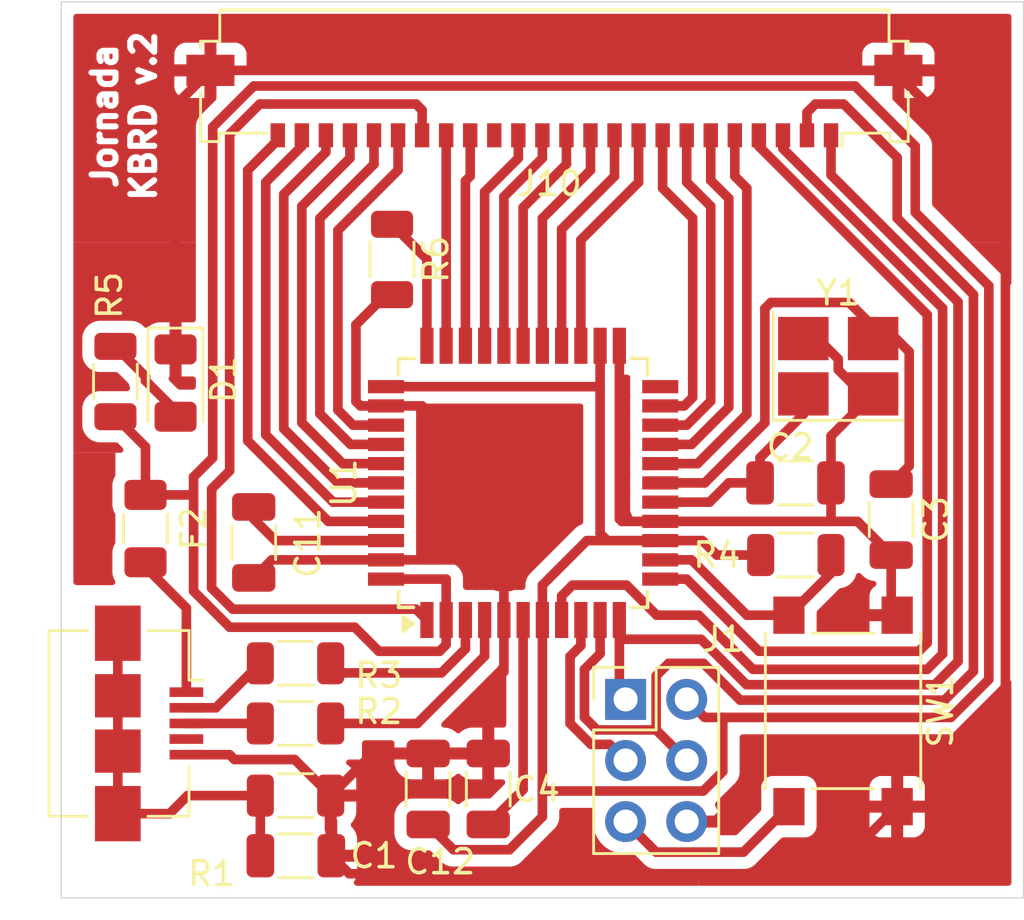
<source format=kicad_pcb>
(kicad_pcb (version 20240108) (generator "pcbnew") (generator_version "8.0")
  (layers (0 "F.Cu" signal) (31 "B.Cu" signal) (34 "B.Paste" user) (35 "F.Paste" user) (36 "B.SilkS" user "B.Silkscreen") (37 "F.SilkS" user "F.Silkscreen") (38 "B.Mask" user) (39 "F.Mask" user) (44 "Edge.Cuts" user))
  (net 0 "")
  (net 1 "GND")
  (net 2 "Net-(U1-XTAL2)")
  (net 3 "Net-(U1-XTAL1)")
  (net 4 "+5V")
  (net 5 "Net-(U1-AREF)")
  (net 6 "Net-(U1-UCAP)")
  (net 7 "Net-(J10-Pin_10)")
  (net 8 "Net-(J10-Pin_19)")
  (net 9 "Net-(J10-Pin_16)")
  (net 10 "Net-(J10-Pin_24)")
  (net 11 "Net-(J10-Pin_4)")
  (net 12 "Net-(J10-Pin_14)")
  (net 14 "Net-(J10-Pin_8)")
  (net 15 "Net-(J10-Pin_9)")
  (net 16 "Net-(J10-Pin_12)")
  (net 18 "Net-(J10-Pin_22)")
  (net 19 "Net-(J10-Pin_23)")
  (net 20 "Net-(J10-Pin_20)")
  (net 21 "Net-(J10-Pin_11)")
  (net 22 "Net-(J10-Pin_5)")
  (net 23 "Net-(J10-Pin_6)")
  (net 24 "Net-(J10-Pin_21)")
  (net 25 "/BUS-")
  (net 26 "/BUS+")
  (net 27 "/D-")
  (net 28 "/D+")
  (net 29 "/RESET")
  (net 31 "Net-(J1-Pin_4)")
  (net 32 "Net-(J1-Pin_1)")
  (net 33 "Net-(D1-A)")
  (net 34 "Net-(J1-Pin_3)")
  (net 35 "Net-(J10-Pin_18)")
  (net 36 "Net-(J10-Pin_17)")
  (net 37 "Net-(J10-Pin_7)")
  (net 38 "Net-(J10-Pin_13)")
  (net 39 "Net-(J10-Pin_3)")
  (net 40 "Net-(U1-~{HWB}{slash}PE2)")
  (footprint "Crystal:Crystal_SMD_3225-4Pin_3.2x2.5mm_HandSoldering" (layer "F.Cu") (at 54.55 31.65)
    (property "Reference" "Y1" (at 0 -3.05 0) (layer "F.SilkS"))
    (property "Value" "Crystal_GND24")
    (pad "1" smd rect (at -1.45 1.15) (size 2.1 1.8) (layers "F.Cu" "F.Paste" "F.Mask") (net 2 "Net-(U1-XTAL2)"))
    (pad "2" smd rect (at 1.45 1.15) (size 2.1 1.8) (layers "F.Cu" "F.Paste" "F.Mask") (net 1 "GND"))
    (pad "3" smd rect (at 1.45 -1.15) (size 2.1 1.8) (layers "F.Cu" "F.Paste" "F.Mask") (net 3 "Net-(U1-XTAL1)"))
    (pad "4" smd rect (at -1.45 -1.15) (size 2.1 1.8) (layers "F.Cu" "F.Paste" "F.Mask") (net 1 "GND"))
  )
  (footprint "Connector_PinHeader_2.54mm:PinHeader_2x03_P2.54mm_Vertical" (layer "F.Cu") (at 45.71 45.5)
    (property "Reference" "J1" (at 4.04 -2.5 0) (layer "F.SilkS"))
    (property "Value" "Conn_02x03_Counter_Clockwise")
    (pad "1" thru_hole rect (at 0 0) (size 1.7 1.7) (drill 1) (layers "*.Cu" "*.Mask") (net 32 "Net-(J1-Pin_1)"))
    (pad "2" thru_hole oval (at 2.54 0) (size 1.7 1.7) (drill 1) (layers "*.Cu" "*.Mask") (net 4 "+5V"))
    (pad "3" thru_hole oval (at 0 2.54) (size 1.7 1.7) (drill 1) (layers "*.Cu" "*.Mask") (net 34 "Net-(J1-Pin_3)"))
    (pad "4" thru_hole oval (at 2.54 2.54) (size 1.7 1.7) (drill 1) (layers "*.Cu" "*.Mask") (net 31 "Net-(J1-Pin_4)"))
    (pad "5" thru_hole oval (at 0 5.08) (size 1.7 1.7) (drill 1) (layers "*.Cu" "*.Mask") (net 29 "/RESET"))
    (pad "6" thru_hole oval (at 2.54 5.08) (size 1.7 1.7) (drill 1) (layers "*.Cu" "*.Mask") (net 1 "GND"))
  )
  (footprint "Package_QFP:TQFP-44_10x10mm_P0.8mm" (layer "F.Cu") (at 41.45 36.5 90)
    (property "Reference" "U1" (at 0 -7.45 90) (layer "F.SilkS"))
    (property "Value" "ATmega32U4-A")
    (pad "1" smd rect (at -5.7 -4 90) (size 1.5 0.55) (layers "F.Cu" "F.Paste" "F.Mask") (net 35 "Net-(J10-Pin_18)"))
    (pad "2" smd rect (at -5.7 -3.2 90) (size 1.5 0.55) (layers "F.Cu" "F.Paste" "F.Mask") (net 4 "+5V"))
    (pad "3" smd rect (at -5.7 -2.4 90) (size 1.5 0.55) (layers "F.Cu" "F.Paste" "F.Mask") (net 28 "/D+"))
    (pad "4" smd rect (at -5.7 -1.6 90) (size 1.5 0.55) (layers "F.Cu" "F.Paste" "F.Mask") (net 27 "/D-"))
    (pad "5" smd rect (at -5.7 -0.8 90) (size 1.5 0.55) (layers "F.Cu" "F.Paste" "F.Mask") (net 1 "GND"))
    (pad "6" smd rect (at -5.7 0 90) (size 1.5 0.55) (layers "F.Cu" "F.Paste" "F.Mask") (net 6 "Net-(U1-UCAP)"))
    (pad "7" smd rect (at -5.7 0.8 90) (size 1.5 0.55) (layers "F.Cu" "F.Paste" "F.Mask") (net 4 "+5V"))
    (pad "8" smd rect (at -5.7 1.6 90) (size 1.5 0.55) (layers "F.Cu" "F.Paste" "F.Mask") (net 39 "Net-(J10-Pin_3)"))
    (pad "9" smd rect (at -5.7 2.4 90) (size 1.5 0.55) (layers "F.Cu" "F.Paste" "F.Mask") (net 34 "Net-(J1-Pin_3)"))
    (pad "10" smd rect (at -5.7 3.2 90) (size 1.5 0.55) (layers "F.Cu" "F.Paste" "F.Mask") (net 31 "Net-(J1-Pin_4)"))
    (pad "11" smd rect (at -5.7 4 90) (size 1.5 0.55) (layers "F.Cu" "F.Paste" "F.Mask") (net 32 "Net-(J1-Pin_1)"))
    (pad "12" smd rect (at -4 5.7 180) (size 1.5 0.55) (layers "F.Cu" "F.Paste" "F.Mask") (net 11 "Net-(J10-Pin_4)"))
    (pad "13" smd rect (at -3.2 5.7 180) (size 1.5 0.55) (layers "F.Cu" "F.Paste" "F.Mask") (net 29 "/RESET"))
    (pad "14" smd rect (at -2.4 5.7 180) (size 1.5 0.55) (layers "F.Cu" "F.Paste" "F.Mask") (net 4 "+5V"))
    (pad "15" smd rect (at -1.6 5.7 180) (size 1.5 0.55) (layers "F.Cu" "F.Paste" "F.Mask") (net 1 "GND"))
    (pad "16" smd rect (at -0.8 5.7 180) (size 1.5 0.55) (layers "F.Cu" "F.Paste" "F.Mask") (net 2 "Net-(U1-XTAL2)"))
    (pad "17" smd rect (at 0 5.7 180) (size 1.5 0.55) (layers "F.Cu" "F.Paste" "F.Mask") (net 3 "Net-(U1-XTAL1)"))
    (pad "18" smd rect (at 0.8 5.7 180) (size 1.5 0.55) (layers "F.Cu" "F.Paste" "F.Mask") (net 22 "Net-(J10-Pin_5)"))
    (pad "19" smd rect (at 1.6 5.7 180) (size 1.5 0.55) (layers "F.Cu" "F.Paste" "F.Mask") (net 23 "Net-(J10-Pin_6)"))
    (pad "20" smd rect (at 2.4 5.7 180) (size 1.5 0.55) (layers "F.Cu" "F.Paste" "F.Mask") (net 37 "Net-(J10-Pin_7)"))
    (pad "21" smd rect (at 3.2 5.7 180) (size 1.5 0.55) (layers "F.Cu" "F.Paste" "F.Mask") (net 14 "Net-(J10-Pin_8)"))
    (pad "22" smd rect (at 4 5.7 180) (size 1.5 0.55) (layers "F.Cu" "F.Paste" "F.Mask"))
    (pad "23" smd rect (at 5.7 4 90) (size 1.5 0.55) (layers "F.Cu" "F.Paste" "F.Mask") (net 1 "GND"))
    (pad "24" smd rect (at 5.7 3.2 90) (size 1.5 0.55) (layers "F.Cu" "F.Paste" "F.Mask") (net 4 "+5V"))
    (pad "25" smd rect (at 5.7 2.4 90) (size 1.5 0.55) (layers "F.Cu" "F.Paste" "F.Mask") (net 15 "Net-(J10-Pin_9)"))
    (pad "26" smd rect (at 5.7 1.6 90) (size 1.5 0.55) (layers "F.Cu" "F.Paste" "F.Mask") (net 7 "Net-(J10-Pin_10)"))
    (pad "27" smd rect (at 5.7 0.8 90) (size 1.5 0.55) (layers "F.Cu" "F.Paste" "F.Mask") (net 21 "Net-(J10-Pin_11)"))
    (pad "28" smd rect (at 5.7 0 90) (size 1.5 0.55) (layers "F.Cu" "F.Paste" "F.Mask") (net 16 "Net-(J10-Pin_12)"))
    (pad "29" smd rect (at 5.7 -0.8 90) (size 1.5 0.55) (layers "F.Cu" "F.Paste" "F.Mask") (net 38 "Net-(J10-Pin_13)"))
    (pad "30" smd rect (at 5.7 -1.6 90) (size 1.5 0.55) (layers "F.Cu" "F.Paste" "F.Mask") (net 12 "Net-(J10-Pin_14)"))
    (pad "31" smd rect (at 5.7 -2.4 90) (size 1.5 0.55) (layers "F.Cu" "F.Paste" "F.Mask") (net 9 "Net-(J10-Pin_16)"))
    (pad "32" smd rect (at 5.7 -3.2 90) (size 1.5 0.55) (layers "F.Cu" "F.Paste" "F.Mask") (net 36 "Net-(J10-Pin_17)"))
    (pad "33" smd rect (at 5.7 -4 90) (size 1.5 0.55) (layers "F.Cu" "F.Paste" "F.Mask") (net 40 "Net-(U1-~{HWB}{slash}PE2)"))
    (pad "34" smd rect (at 4 -5.7 180) (size 1.5 0.55) (layers "F.Cu" "F.Paste" "F.Mask") (net 4 "+5V"))
    (pad "35" smd rect (at 3.2 -5.7 180) (size 1.5 0.55) (layers "F.Cu" "F.Paste" "F.Mask") (net 1 "GND"))
    (pad "36" smd rect (at 2.4 -5.7 180) (size 1.5 0.55) (layers "F.Cu" "F.Paste" "F.Mask") (net 8 "Net-(J10-Pin_19)"))
    (pad "37" smd rect (at 1.6 -5.7 180) (size 1.5 0.55) (layers "F.Cu" "F.Paste" "F.Mask") (net 20 "Net-(J10-Pin_20)"))
    (pad "38" smd rect (at 0.8 -5.7 180) (size 1.5 0.55) (layers "F.Cu" "F.Paste" "F.Mask") (net 24 "Net-(J10-Pin_21)"))
    (pad "39" smd rect (at 0 -5.7 180) (size 1.5 0.55) (layers "F.Cu" "F.Paste" "F.Mask") (net 18 "Net-(J10-Pin_22)"))
    (pad "40" smd rect (at -0.8 -5.7 180) (size 1.5 0.55) (layers "F.Cu" "F.Paste" "F.Mask") (net 19 "Net-(J10-Pin_23)"))
    (pad "41" smd rect (at -1.6 -5.7 180) (size 1.5 0.55) (layers "F.Cu" "F.Paste" "F.Mask") (net 10 "Net-(J10-Pin_24)"))
    (pad "42" smd rect (at -2.4 -5.7 180) (size 1.5 0.55) (layers "F.Cu" "F.Paste" "F.Mask") (net 5 "Net-(U1-AREF)"))
    (pad "43" smd rect (at -3.2 -5.7 180) (size 1.5 0.55) (layers "F.Cu" "F.Paste" "F.Mask") (net 1 "GND"))
    (pad "44" smd rect (at -4 -5.7 180) (size 1.5 0.55) (layers "F.Cu" "F.Paste" "F.Mask") (net 4 "+5V"))
  )
  (footprint "Resistor_SMD:R_1206_3216Metric" (layer "F.Cu") (at 52.7875 39.5)
    (property "Reference" "R4" (at -3.2875 0 0) (layer "F.SilkS"))
    (property "Value" "10k")
    (pad "1" smd roundrect (at -1.4625 0) (size 1.125 1.75) (layers "F.Cu" "F.Paste" "F.Mask") (roundrect_rratio 0.222222) (net 4 "+5V"))
    (pad "2" smd roundrect (at 1.4625 0) (size 1.125 1.75) (layers "F.Cu" "F.Paste" "F.Mask") (roundrect_rratio 0.222222) (net 29 "/RESET"))
  )
  (footprint "Resistor_SMD:R_1206_3216Metric" (layer "F.Cu") (at 36 27.2125 -90)
    (property "Reference" "R6" (at 0 -1.82 90) (layer "F.SilkS"))
    (property "Value" "10k")
    (pad "1" smd roundrect (at -1.4625 0 270) (size 1.125 1.75) (layers "F.Cu" "F.Paste" "F.Mask") (roundrect_rratio 0.222222) (net 40 "Net-(U1-~{HWB}{slash}PE2)"))
    (pad "2" smd roundrect (at 1.4625 0 270) (size 1.125 1.75) (layers "F.Cu" "F.Paste" "F.Mask") (roundrect_rratio 0.222222) (net 1 "GND"))
  )
  (footprint "Resistor_SMD:R_1206_3216Metric" (layer "F.Cu") (at 31.9875 49.5)
    (property "Reference" "R1" (at -3.4875 3.25 0) (layer "F.SilkS"))
    (property "Value" "1M")
    (pad "1" smd roundrect (at -1.4625 0) (size 1.125 1.75) (layers "F.Cu" "F.Paste" "F.Mask") (roundrect_rratio 0.222222) (net 1 "GND"))
    (pad "2" smd roundrect (at 1.4625 0) (size 1.125 1.75) (layers "F.Cu" "F.Paste" "F.Mask") (roundrect_rratio 0.222222) (net 1 "GND"))
  )
  (footprint "Capacitor_SMD:C_1206_3216Metric" (layer "F.Cu") (at 30.25 38.975 -90)
    (property "Reference" "C11" (at 0.025 -2.25 90) (layer "F.SilkS"))
    (property "Value" "100nF")
    (pad "1" smd roundrect (at -1.475 0 270) (size 1.15 1.8) (layers "F.Cu" "F.Paste" "F.Mask") (roundrect_rratio 0.217391) (net 5 "Net-(U1-AREF)"))
    (pad "2" smd roundrect (at 1.475 0 270) (size 1.15 1.8) (layers "F.Cu" "F.Paste" "F.Mask") (roundrect_rratio 0.217391) (net 1 "GND"))
  )
  (footprint "Resistor_SMD:R_1206_3216Metric" (layer "F.Cu") (at 31.9875 46.5)
    (property "Reference" "R2" (at 3.4625 -0.5 0) (layer "F.SilkS"))
    (property "Value" "22")
    (pad "1" smd roundrect (at -1.4625 0) (size 1.125 1.75) (layers "F.Cu" "F.Paste" "F.Mask") (roundrect_rratio 0.222222) (net 25 "/BUS-"))
    (pad "2" smd roundrect (at 1.4625 0) (size 1.125 1.75) (layers "F.Cu" "F.Paste" "F.Mask") (roundrect_rratio 0.222222) (net 27 "/D-"))
  )
  (footprint "Connector_USB:USB_Micro-B_Amphenol_10104110_Horizontal" (layer "F.Cu") (at 25.9 46.5 -90)
    (property "Reference" "J2" (hide yes))
    (property "Value" "USB_B_Micro")
    (pad "1" smd rect (at -1.3 -1.55 270) (size 0.4 1.4) (layers "F.Cu" "F.Paste" "F.Mask") (net 4 "+5V"))
    (pad "2" smd rect (at -0.65 -1.55 270) (size 0.4 1.4) (layers "F.Cu" "F.Paste" "F.Mask") (net 26 "/BUS+"))
    (pad "3" smd rect (at 0 -1.55 270) (size 0.4 1.4) (layers "F.Cu" "F.Paste" "F.Mask") (net 25 "/BUS-"))
    (pad "4" smd rect (at 0.65 -1.55 270) (size 0.4 1.4) (layers "F.Cu" "F.Paste" "F.Mask"))
    (pad "5" smd rect (at 1.3 -1.55 270) (size 0.4 1.4) (layers "F.Cu" "F.Paste" "F.Mask") (net 1 "GND"))
    (pad "6" smd rect (at -3.75 1.3 270) (size 2.3 1.9) (layers "F.Cu" "F.Paste" "F.Mask") (net 1 "GND"))
    (pad "6" smd rect (at -1.15 1.3 270) (size 1.8 1.9) (layers "F.Cu" "F.Paste" "F.Mask") (net 1 "GND"))
    (pad "6" smd rect (at 1.15 1.3 270) (size 1.8 1.9) (layers "F.Cu" "F.Paste" "F.Mask") (net 1 "GND"))
    (pad "6" smd rect (at 3.75 1.3 270) (size 2.3 1.9) (layers "F.Cu" "F.Paste" "F.Mask") (net 1 "GND"))
  )
  (footprint "Capacitor_SMD:C_1206_3216Metric" (layer "F.Cu") (at 52.775 36.5)
    (property "Reference" "C2" (at -0.225 -1.5 0) (layer "F.SilkS"))
    (property "Value" "6.2pF")
    (pad "1" smd roundrect (at -1.475 0) (size 1.15 1.8) (layers "F.Cu" "F.Paste" "F.Mask") (roundrect_rratio 0.217391) (net 2 "Net-(U1-XTAL2)"))
    (pad "2" smd roundrect (at 1.475 0) (size 1.15 1.8) (layers "F.Cu" "F.Paste" "F.Mask") (roundrect_rratio 0.217391) (net 1 "GND"))
  )
  (footprint "Capacitor_SMD:C_1206_3216Metric" (layer "F.Cu") (at 40 49.225 90)
    (property "Reference" "C12" (at -3.025 -2 180) (layer "F.SilkS"))
    (property "Value" "1uF")
    (pad "1" smd roundrect (at -1.475 0 90) (size 1.15 1.8) (layers "F.Cu" "F.Paste" "F.Mask") (roundrect_rratio 0.217391) (net 6 "Net-(U1-UCAP)"))
    (pad "2" smd roundrect (at 1.475 0 90) (size 1.15 1.8) (layers "F.Cu" "F.Paste" "F.Mask") (roundrect_rratio 0.217391) (net 1 "GND"))
  )
  (footprint "LED_SMD:LED_1206_3216Metric" (layer "F.Cu") (at 27 32.35 -90)
    (property "Reference" "D1" (at -0.14555 -2 90) (layer "F.SilkS"))
    (property "Value" "LED")
    (pad "1" smd roundrect (at -1.4 0 270) (size 1.25 1.75) (layers "F.Cu" "F.Paste" "F.Mask") (roundrect_rratio 0.2) (net 1 "GND"))
    (pad "2" smd roundrect (at 1.4 0 270) (size 1.25 1.75) (layers "F.Cu" "F.Paste" "F.Mask") (roundrect_rratio 0.2) (net 33 "Net-(D1-A)"))
  )
  (footprint "Resistor_SMD:R_1206_3216Metric" (layer "F.Cu") (at 24.5 32.2875 90)
    (property "Reference" "R5" (at 3.58305 -0.25 90) (layer "F.SilkS"))
    (property "Value" "R")
    (pad "1" smd roundrect (at -1.4625 0 90) (size 1.125 1.75) (layers "F.Cu" "F.Paste" "F.Mask") (roundrect_rratio 0.222222) (net 4 "+5V"))
    (pad "2" smd roundrect (at 1.4625 0 90) (size 1.125 1.75) (layers "F.Cu" "F.Paste" "F.Mask") (roundrect_rratio 0.222222) (net 33 "Net-(D1-A)"))
  )
  (footprint "Capacitor_SMD:C_1206_3216Metric" (layer "F.Cu") (at 37.5 49.225 90)
    (property "Reference" "C4" (at -0.025 4.5 180) (layer "F.SilkS"))
    (property "Value" "1uF")
    (pad "1" smd roundrect (at -1.475 0 90) (size 1.15 1.8) (layers "F.Cu" "F.Paste" "F.Mask") (roundrect_rratio 0.217391) (net 4 "+5V"))
    (pad "2" smd roundrect (at 1.475 0 90) (size 1.15 1.8) (layers "F.Cu" "F.Paste" "F.Mask") (roundrect_rratio 0.217391) (net 1 "GND"))
  )
  (footprint "Resistor_SMD:R_1206_3216Metric" (layer "F.Cu") (at 31.9875 44 180)
    (property "Reference" "R3" (at -3.4625 -0.5 180) (layer "F.SilkS"))
    (property "Value" "22")
    (pad "1" smd roundrect (at -1.4625 0 180) (size 1.125 1.75) (layers "F.Cu" "F.Paste" "F.Mask") (roundrect_rratio 0.222222) (net 28 "/D+"))
    (pad "2" smd roundrect (at 1.4625 0 180) (size 1.125 1.75) (layers "F.Cu" "F.Paste" "F.Mask") (roundrect_rratio 0.222222) (net 26 "/BUS+"))
  )
  (footprint "Connector_FFC-FPC:Molex_200528-0240_1x24-1MP_P1.00mm_Horizontal" (layer "F.Cu") (at 42.75 21.14 180)
    (property "Reference" "J10" (at 0.2 -2.91 0) (layer "F.SilkS"))
    (property "Value" "Conn_01x24_MountingPin")
    (pad "1" smd rect (at -11.5 -0.91 180) (size 0.6 1) (layers "F.Cu" "F.Paste" "F.Mask") (net 32 "Net-(J1-Pin_1)"))
    (pad "2" smd rect (at -10.5 -0.91 180) (size 0.6 1) (layers "F.Cu" "F.Paste" "F.Mask") (net 31 "Net-(J1-Pin_4)"))
    (pad "3" smd rect (at -9.5 -0.91 180) (size 0.6 1) (layers "F.Cu" "F.Paste" "F.Mask") (net 39 "Net-(J10-Pin_3)"))
    (pad "4" smd rect (at -8.5 -0.91 180) (size 0.6 1) (layers "F.Cu" "F.Paste" "F.Mask") (net 11 "Net-(J10-Pin_4)"))
    (pad "5" smd rect (at -7.5 -0.91 180) (size 0.6 1) (layers "F.Cu" "F.Paste" "F.Mask") (net 22 "Net-(J10-Pin_5)"))
    (pad "6" smd rect (at -6.5 -0.91 180) (size 0.6 1) (layers "F.Cu" "F.Paste" "F.Mask") (net 23 "Net-(J10-Pin_6)"))
    (pad "7" smd rect (at -5.5 -0.91 180) (size 0.6 1) (layers "F.Cu" "F.Paste" "F.Mask") (net 37 "Net-(J10-Pin_7)"))
    (pad "8" smd rect (at -4.5 -0.91 180) (size 0.6 1) (layers "F.Cu" "F.Paste" "F.Mask") (net 14 "Net-(J10-Pin_8)"))
    (pad "9" smd rect (at -3.5 -0.91 180) (size 0.6 1) (layers "F.Cu" "F.Paste" "F.Mask") (net 15 "Net-(J10-Pin_9)"))
    (pad "10" smd rect (at -2.5 -0.91 180) (size 0.6 1) (layers "F.Cu" "F.Paste" "F.Mask") (net 7 "Net-(J10-Pin_10)"))
    (pad "11" smd rect (at -1.5 -0.91 180) (size 0.6 1) (layers "F.Cu" "F.Paste" "F.Mask") (net 21 "Net-(J10-Pin_11)"))
    (pad "12" smd rect (at -0.5 -0.91 180) (size 0.6 1) (layers "F.Cu" "F.Paste" "F.Mask") (net 16 "Net-(J10-Pin_12)"))
    (pad "13" smd rect (at 0.5 -0.91 180) (size 0.6 1) (layers "F.Cu" "F.Paste" "F.Mask") (net 38 "Net-(J10-Pin_13)"))
    (pad "14" smd rect (at 1.5 -0.91 180) (size 0.6 1) (layers "F.Cu" "F.Paste" "F.Mask") (net 12 "Net-(J10-Pin_14)"))
    (pad "15" smd rect (at 2.5 -0.91 180) (size 0.6 1) (layers "F.Cu" "F.Paste" "F.Mask"))
    (pad "16" smd rect (at 3.5 -0.91 180) (size 0.6 1) (layers "F.Cu" "F.Paste" "F.Mask") (net 9 "Net-(J10-Pin_16)"))
    (pad "17" smd rect (at 4.5 -0.91 180) (size 0.6 1) (layers "F.Cu" "F.Paste" "F.Mask") (net 36 "Net-(J10-Pin_17)"))
    (pad "18" smd rect (at 5.5 -0.91 180) (size 0.6 1) (layers "F.Cu" "F.Paste" "F.Mask") (net 35 "Net-(J10-Pin_18)"))
    (pad "19" smd rect (at 6.5 -0.91 180) (size 0.6 1) (layers "F.Cu" "F.Paste" "F.Mask") (net 8 "Net-(J10-Pin_19)"))
    (pad "20" smd rect (at 7.5 -0.91 180) (size 0.6 1) (layers "F.Cu" "F.Paste" "F.Mask") (net 20 "Net-(J10-Pin_20)"))
    (pad "21" smd rect (at 8.5 -0.91 180) (size 0.6 1) (layers "F.Cu" "F.Paste" "F.Mask") (net 24 "Net-(J10-Pin_21)"))
    (pad "22" smd rect (at 9.5 -0.91 180) (size 0.6 1) (layers "F.Cu" "F.Paste" "F.Mask") (net 18 "Net-(J10-Pin_22)"))
    (pad "23" smd rect (at 10.5 -0.91 180) (size 0.6 1) (layers "F.Cu" "F.Paste" "F.Mask") (net 19 "Net-(J10-Pin_23)"))
    (pad "24" smd rect (at 11.5 -0.91 180) (size 0.6 1) (layers "F.Cu" "F.Paste" "F.Mask") (net 10 "Net-(J10-Pin_24)"))
    (pad "MP" smd rect (at -14.3 1.79 180) (size 2 1.3) (layers "F.Cu" "F.Paste" "F.Mask") (net 1 "GND"))
    (pad "MP" smd rect (at 14.3 1.79 180) (size 2 1.3) (layers "F.Cu" "F.Paste" "F.Mask") (net 1 "GND"))
  )
  (footprint "Button_Switch_SMD:SW_SPST_PTS645" (layer "F.Cu") (at 54.75 45.98 -90)
    (property "Reference" "SW1" (at 0 -4.05 90) (layer "F.SilkS"))
    (property "Value" "SW_Omron_B3FS")
    (pad "1" smd rect (at -3.98 -2.25 270) (size 1.55 1.3) (layers "F.Cu" "F.Paste" "F.Mask") (net 1 "GND"))
    (pad "1" smd rect (at 3.98 -2.25 270) (size 1.55 1.3) (layers "F.Cu" "F.Paste" "F.Mask") (net 1 "GND"))
    (pad "2" smd rect (at -3.98 2.25 270) (size 1.55 1.3) (layers "F.Cu" "F.Paste" "F.Mask") (net 29 "/RESET"))
    (pad "2" smd rect (at 3.98 2.25 270) (size 1.55 1.3) (layers "F.Cu" "F.Paste" "F.Mask") (net 29 "/RESET"))
  )
  (footprint "Capacitor_SMD:C_1206_3216Metric" (layer "F.Cu") (at 32 52)
    (property "Reference" "C1" (at 3.25 0 0) (layer "F.SilkS"))
    (property "Value" "4.7nF")
    (pad "1" smd roundrect (at -1.475 0) (size 1.15 1.8) (layers "F.Cu" "F.Paste" "F.Mask") (roundrect_rratio 0.217391) (net 1 "GND"))
    (pad "2" smd roundrect (at 1.475 0) (size 1.15 1.8) (layers "F.Cu" "F.Paste" "F.Mask") (roundrect_rratio 0.217391) (net 1 "GND"))
  )
  (footprint "Capacitor_SMD:C_1206_3216Metric" (layer "F.Cu") (at 56.75 38.025 -90)
    (property "Reference" "C3" (at 0 -1.85 90) (layer "F.SilkS"))
    (property "Value" "6.2pF")
    (pad "1" smd roundrect (at -1.475 0 270) (size 1.15 1.8) (layers "F.Cu" "F.Paste" "F.Mask") (roundrect_rratio 0.217391) (net 3 "Net-(U1-XTAL1)"))
    (pad "2" smd roundrect (at 1.475 0 270) (size 1.15 1.8) (layers "F.Cu" "F.Paste" "F.Mask") (roundrect_rratio 0.217391) (net 1 "GND"))
  )
  (footprint "Fuse:Fuse_1206_3216Metric" (layer "F.Cu") (at 25.75 38.4 90)
    (property "Reference" "F2" (at 0 2 90) (layer "F.SilkS"))
    (property "Value" "Fuse_Small")
    (pad "1" smd roundrect (at -1.4 0 90) (size 1.25 1.75) (layers "F.Cu" "F.Paste" "F.Mask") (roundrect_rratio 0.2) (net 4 "+5V"))
    (pad "2" smd roundrect (at 1.4 0 90) (size 1.25 1.75) (layers "F.Cu" "F.Paste" "F.Mask") (roundrect_rratio 0.2) (net 4 "+5V"))
  )
  (gr_line (start 22.25 16.5) (end 62.25 16.5) (stroke (width 0.05)) (layer "Edge.Cuts"))
  (gr_line (start 22.25 53.75) (end 22.25 16.5) (stroke (width 0.05)) (layer "Edge.Cuts"))
  (gr_line (start 62.25 16.5) (end 62.25 53.75) (stroke (width 0.05)) (layer "Edge.Cuts"))
  (gr_line (start 62.25 53.75) (end 22.25 53.75) (stroke (width 0.05)) (layer "Edge.Cuts"))
  (gr_text "Jornada\nKBRD v.2" (at 26.25 21.25 90) (layer "F.Cu" knockout) (effects (font (size 1 1) (thickness 0.25) (bold yes)) (justify bottom)))
  (segment (start 57 49.96) (end 54.21 52.75) (width 0.4) (layer "F.Cu") (net 1))
  (segment (start 47.15 38.1) (end 45.55 38.1) (width 0.4) (layer "F.Cu") (net 1))
  (segment (start 56 32.8) (end 55.55 32.8) (width 0.4) (layer "F.Cu") (net 1))
  (segment (start 55.55 32.8) (end 54.55 31.8) (width 0.4) (layer "F.Cu") (net 1))
  (segment (start 35.75 39.7) (end 37.95 39.7) (width 0.4) (layer "F.Cu") (net 1))
  (segment (start 30.525 49.5) (end 30.525 52) (width 0.4) (layer "F.Cu") (net 1))
  (segment (start 61.5 24) (end 61.5 45) (width 0.4) (layer "F.Cu") (net 1))
  (segment (start 30.525 49.5) (end 27.5 49.5) (width 0.4) (layer "F.Cu") (net 1))
  (segment (start 56.97 48.03) (end 51.97 48.03) (width 0.4) (layer "F.Cu") (net 1))
  (segment (start 54.25 34.55) (end 56 32.8) (width 0.4) (layer "F.Cu") (net 1))
  (segment (start 51.97 48.03) (end 49.42 50.58) (width 0.4) (layer "F.Cu") (net 1))
  (segment (start 24.6 50.25) (end 24.6 47.65) (width 0.4) (layer "F.Cu") (net 1))
  (segment (start 40 45) (end 40 47.75) (width 0.4) (layer "F.Cu") (net 1))
  (segment (start 40.65 44.35) (end 40 45) (width 0.4) (layer "F.Cu") (net 1))
  (segment (start 24.6 47.65) (end 24.6 45.35) (width 0.4) (layer "F.Cu") (net 1))
  (segment (start 40.65 42.2) (end 40.65 44.35) (width 0.4) (layer "F.Cu") (net 1))
  (segment (start 37.5 39.7) (end 37.5 33.55) (width 0.4) (layer "F.Cu") (net 1))
  (segment (start 34.5 33.115) (end 34.5 29.925) (width 0.4) (layer "F.Cu") (net 1))
  (segment (start 54.25 38.1) (end 55.35 38.1) (width 0.4) (layer "F.Cu") (net 1))
  (segment (start 40.65 39.7) (end 40.65 42.2) (width 0.4) (layer "F.Cu") (net 1))
  (segment (start 54.25 36.5) (end 54.25 34.55) (width 0.4) (layer "F.Cu") (net 1))
  (segment (start 37.5 47.75) (end 40 47.75) (width 0.4) (layer "F.Cu") (net 1))
  (segment (start 33.45 49.5) (end 33.45 51.975) (width 0.4) (layer "F.Cu") (net 1))
  (segment (start 54.25 38.1) (end 54.25 36.5) (width 0.4) (layer "F.Cu") (net 1))
  (segment (start 57.05 19.55) (end 61.5 24) (width 0.4) (layer "F.Cu") (net 1))
  (segment (start 34.685 33.3) (end 34.5 33.115) (width 0.4) (layer "F.Cu") (net 1))
  (segment (start 34.225 52.75) (end 33.475 52) (width 0.4) (layer "F.Cu") (net 1))
  (segment (start 54.55 31.8) (end 54.55 31.35) (width 0.4) (layer "F.Cu") (net 1))
  (segment (start 37.5 47.75) (end 35.2 47.75) (width 0.4) (layer "F.Cu") (net 1))
  (segment (start 33.45 51.975) (end 33.475 52) (width 0.4) (layer "F.Cu") (net 1))
  (segment (start 35.75 39.7) (end 31 39.7) (width 0.4) (layer "F.Cu") (net 1))
  (segment (start 35.2 47.75) (end 33.45 49.5) (width 0.4) (layer "F.Cu") (net 1))
  (segment (start 28.45 19.35) (end 57.05 19.35) (width 0.4) (layer "F.Cu") (net 1))
  (segment (start 61.5 45) (end 58.5 48) (width 0.4) (layer "F.Cu") (net 1))
  (segment (start 37.95 39.7) (end 40.65 39.7) (width 0.4) (layer "F.Cu") (net 1))
  (segment (start 34.5 29.925) (end 35.75 28.675) (width 0.4) (layer "F.Cu") (net 1))
  (segment (start 56.75 39.5) (end 56.75 41.75) (width 0.4) (layer "F.Cu") (net 1))
  (segment (start 26.75 50.25) (end 24.6 50.25) (width 0.4) (layer "F.Cu") (net 1))
  (segment (start 56.75 41.75) (end 57 42) (width 0.4) (layer "F.Cu") (net 1))
  (segment (start 54.21 52.75) (end 34.225 52.75) (width 0.4) (layer "F.Cu") (net 1))
  (segment (start 27 30.95) (end 27 20.8) (width 0.4) (layer "F.Cu") (net 1))
  (segment (start 57 48.06) (end 56.97 48.03) (width 0.4) (layer "F.Cu") (net 1))
  (segment (start 29.45 48) (end 31.95 48) (width 0.4) (layer "F.Cu") (net 1))
  (segment (start 37.5 33.55) (end 37.25 33.3) (width 0.4) (layer "F.Cu") (net 1))
  (segment (start 47.15 38.1) (end 54.25 38.1) (width 0.4) (layer "F.Cu") (net 1))
  (segment (start 54.55 31.35) (end 53.7 30.5) (width 0.4) (layer "F.Cu") (net 1))
  (segment (start 49.42 50.58) (end 48.25 50.58) (width 0.4) (layer "F.Cu") (net 1))
  (segment (start 45.55 38.1) (end 45.45 38) (width 0.4) (layer "F.Cu") (net 1))
  (segment (start 45.45 38) (end 45.45 30.8) (width 0.4) (layer "F.Cu") (net 1))
  (segment (start 37.25 33.3) (end 35.75 33.3) (width 0.4) (layer "F.Cu") (net 1))
  (segment (start 57.05 19.35) (end 57.05 19.55) (width 0.4) (layer "F.Cu") (net 1))
  (segment (start 31 39.7) (end 30.25 40.45) (width 0.4) (layer "F.Cu") (net 1))
  (segment (start 55.35 38.1) (end 56.75 39.5) (width 0.4) (layer "F.Cu") (net 1))
  (segment (start 27.45 47.8) (end 29.25 47.8) (width 0.4) (layer "F.Cu") (net 1))
  (segment (start 31.95 48) (end 33.45 49.5) (width 0.4) (layer "F.Cu") (net 1))
  (segment (start 27 20.8) (end 28.45 19.35) (width 0.4) (layer "F.Cu") (net 1))
  (segment (start 53.7 30.5) (end 53.1 30.5) (width 0.4) (layer "F.Cu") (net 1))
  (segment (start 57 49.96) (end 57 48.06) (width 0.4) (layer "F.Cu") (net 1))
  (segment (start 27.5 49.5) (end 26.75 50.25) (width 0.4) (layer "F.Cu") (net 1))
  (segment (start 58.5 48) (end 57 48) (width 0.4) (layer "F.Cu") (net 1))
  (segment (start 24.6 45.35) (end 24.6 42.75) (width 0.4) (layer "F.Cu") (net 1))
  (segment (start 57 48) (end 56.97 48.03) (width 0.4) (layer "F.Cu") (net 1))
  (segment (start 29.25 47.8) (end 29.45 48) (width 0.4) (layer "F.Cu") (net 1))
  (segment (start 35.75 33.3) (end 34.685 33.3) (width 0.4) (layer "F.Cu") (net 1))
  (segment (start 49.2 37.3) (end 50 36.5) (width 0.4) (layer "F.Cu") (net 2))
  (segment (start 47.15 37.3) (end 49.2 37.3) (width 0.4) (layer "F.Cu") (net 2))
  (segment (start 50 36.5) (end 51.3 36.5) (width 0.4) (layer "F.Cu") (net 2))
  (segment (start 51.3 35.45) (end 53.1 33.65) (width 0.4) (layer "F.Cu") (net 2))
  (segment (start 51.3 36.5) (end 51.3 35.45) (width 0.4) (layer "F.Cu") (net 2))
  (segment (start 53.1 33.65) (end 53.1 32.8) (width 0.4) (layer "F.Cu") (net 2))
  (segment (start 51.5 34) (end 51.5 29.25) (width 0.4) (layer "F.Cu") (net 3))
  (segment (start 47.15 36.5) (end 49 36.5) (width 0.4) (layer "F.Cu") (net 3))
  (segment (start 56 30) (end 56 30.5) (width 0.4) (layer "F.Cu") (net 3))
  (segment (start 56.95 30.5) (end 57.5 31.05) (width 0.4) (layer "F.Cu") (net 3))
  (segment (start 51.5 29.25) (end 51.75 29) (width 0.4) (layer "F.Cu") (net 3))
  (segment (start 57.5 35.8) (end 56.75 36.55) (width 0.4) (layer "F.Cu") (net 3))
  (segment (start 51.75 29) (end 55 29) (width 0.4) (layer "F.Cu") (net 3))
  (segment (start 49 36.5) (end 51.5 34) (width 0.4) (layer "F.Cu") (net 3))
  (segment (start 55 29) (end 56 30) (width 0.4) (layer "F.Cu") (net 3))
  (segment (start 56 30.5) (end 56.95 30.5) (width 0.4) (layer "F.Cu") (net 3))
  (segment (start 57.5 31.05) (end 57.5 35.8) (width 0.4) (layer "F.Cu") (net 3))
  (segment (start 28.545 35.455) (end 28.545 21.705) (width 0.4) (layer "F.Cu") (net 4))
  (segment (start 57.75 25.25) (end 60.81 28.31) (width 0.4) (layer "F.Cu") (net 4))
  (segment (start 25.75 40) (end 27.45 41.7) (width 0.4) (layer "F.Cu") (net 4))
  (segment (start 59.232645 46.25) (end 49.75 46.25) (width 0.4) (layer "F.Cu") (net 4))
  (segment (start 49.75 46.25) (end 49 46.25) (width 0.4) (layer "F.Cu") (net 4))
  (segment (start 28.545 21.705) (end 30.25 20) (width 0.4) (layer "F.Cu") (net 4))
  (segment (start 27.75 36.25) (end 28.545 35.455) (width 0.4) (layer "F.Cu") (net 4))
  (segment (start 27.75 41) (end 27.75 36.25) (width 0.4) (layer "F.Cu") (net 4))
  (segment (start 29.25 42.5) (end 27.75 41) (width 0.4) (layer "F.Cu") (net 4))
  (segment (start 44.95 38.9) (end 44.65 38.6) (width 0.4) (layer "F.Cu") (net 4))
  (segment (start 44.95 38.9) (end 44.1 38.9) (width 0.4) (layer "F.Cu") (net 4))
  (segment (start 30.25 20) (end 55.25 20) (width 0.4) (layer "F.Cu") (net 4))
  (segment (start 48.94 49.31) (end 49.75 48.5) (width 0.4) (layer "F.Cu") (net 4))
  (segment (start 25.5 39.8) (end 25.75 39.8) (width 0.4) (layer "F.Cu") (net 4))
  (segment (start 38.25 40.5) (end 35.75 40.5) (width 0.4) (layer "F.Cu") (net 4))
  (segment (start 44.1 38.9) (end 42.25 40.75) (width 0.4) (layer "F.Cu") (net 4))
  (segment (start 42.25 49.25) (end 42.25 49.75) (width 0.4) (layer "F.Cu") (net 4))
  (segment (start 40.87945 51.75) (end 38.55 51.75) (width 0.4) (layer "F.Cu") (net 4))
  (segment (start 27.75 37) (end 25.75 37) (width 0.4) (layer "F.Cu") (net 4))
  (segment (start 42.25 42.2) (end 42.25 49.25) (width 0.4) (layer "F.Cu") (net 4))
  (segment (start 25.75 37) (end 25.75 35) (width 0.4) (layer "F.Cu") (net 4))
  (segment (start 44.65 30.8) (end 44.65 32.5) (width 0.4) (layer "F.Cu") (net 4))
  (segment (start 49.5 39.5) (end 51.325 39.5) (width 0.4) (layer "F.Cu") (net 4))
  (segment (start 34.45 42.5) (end 29.25 42.5) (width 0.4) (layer "F.Cu") (net 4))
  (segment (start 49.75 48.5) (end 49.75 46.25) (width 0.4) (layer "F.Cu") (net 4))
  (segment (start 25.75 39.8) (end 25.75 40) (width 0.4) (layer "F.Cu") (net 4))
  (segment (start 37.975 43.5) (end 35.45 43.5) (width 0.4) (layer "F.Cu") (net 4))
  (segment (start 55.25 20) (end 57.75 22.5) (width 0.4) (layer "F.Cu") (net 4))
  (segment (start 38.25 42.2) (end 38.25 43.225) (width 0.4) (layer "F.Cu") (net 4))
  (segment (start 47.15 38.9) (end 44.95 38.9) (width 0.4) (layer "F.Cu") (net 4))
  (segment (start 25.75 35) (end 24.5 33.75) (width 0.4) (layer "F.Cu") (net 4))
  (segment (start 42.25 40.75) (end 42.25 42.2) (width 0.4) (layer "F.Cu") (net 4))
  (segment (start 42.25 49.75) (end 42.25 50.37945) (width 0.4) (layer "F.Cu") (net 4))
  (segment (start 38.25 42.2) (end 38.25 40.5) (width 0.4) (layer "F.Cu") (net 4))
  (segment (start 47.15 38.9) (end 48.9 38.9) (width 0.4) (layer "F.Cu") (net 4))
  (segment (start 27.45 41.7) (end 27.45 45.2) (width 0.4) (layer "F.Cu") (net 4))
  (segment (start 60.81 28.31) (end 60.81 44.672645) (width 0.4) (layer "F.Cu") (net 4))
  (segment (start 42.25 50.37945) (end 40.87945 51.75) (width 0.4) (layer "F.Cu") (net 4))
  (segment (start 48.94 49.31) (end 42.31 49.31) (width 0.4) (layer "F.Cu") (net 4))
  (segment (start 49 46.25) (end 48.25 45.5) (width 0.4) (layer "F.Cu") (net 4))
  (segment (start 35.45 43.5) (end 34.45 42.5) (width 0.4) (layer "F.Cu") (net 4))
  (segment (start 44.65 38.6) (end 44.65 32.5) (width 0.4) (layer "F.Cu") (net 4))
  (segment (start 38.25 43.225) (end 37.975 43.5) (width 0.4) (layer "F.Cu") (net 4))
  (segment (start 35.75 32.5) (end 44.65 32.5) (width 0.4) (layer "F.Cu") (net 4))
  (segment (start 38.55 51.75) (end 37.5 50.7) (width 0.4) (layer "F.Cu") (net 4))
  (segment (start 42.31 49.31) (end 42.25 49.25) (width 0.4) (layer "F.Cu") (net 4))
  (segment (start 48.9 38.9) (end 49.5 39.5) (width 0.4) (layer "F.Cu") (net 4))
  (segment (start 60.81 44.672645) (end 59.232645 46.25) (width 0.4) (layer "F.Cu") (net 4))
  (segment (start 57.75 22.5) (end 57.75 25.25) (width 0.4) (layer "F.Cu") (net 4))
  (segment (start 30.25 38) (end 30.25 37.5) (width 0.4) (layer "F.Cu") (net 5))
  (segment (start 31.15 38.9) (end 30.25 38) (width 0.4) (layer "F.Cu") (net 5))
  (segment (start 35.75 38.9) (end 31.15 38.9) (width 0.4) (layer "F.Cu") (net 5))
  (segment (start 41.45 49.25) (end 41.45 42.2) (width 0.4) (layer "F.Cu") (net 6))
  (segment (start 40 50.7) (end 41.45 49.25) (width 0.4) (layer "F.Cu") (net 6))
  (segment (start 43.05 25.95) (end 45.25 23.75) (width 0.4) (layer "F.Cu") (net 7))
  (segment (start 45.25 23.75) (end 45.25 22.05) (width 0.4) (layer "F.Cu") (net 7))
  (segment (start 43.05 30.8) (end 43.05 25.95) (width 0.4) (layer "F.Cu") (net 7))
  (segment (start 35.75 34.1) (end 34.380096 34.1) (width 0.4) (layer "F.Cu") (net 8))
  (segment (start 36.25 23.5) (end 36.25 22.05) (width 0.4) (layer "F.Cu") (net 8))
  (segment (start 33.75 33.469904) (end 33.75 26) (width 0.4) (layer "F.Cu") (net 8))
  (segment (start 34.380096 34.1) (end 33.75 33.469904) (width 0.4) (layer "F.Cu") (net 8))
  (segment (start 33.75 26) (end 36.25 23.5) (width 0.4) (layer "F.Cu") (net 8))
  (segment (start 39.05 23.95) (end 39.25 23.75) (width 0.4) (layer "F.Cu") (net 9))
  (segment (start 39.05 30.8) (end 39.05 23.95) (width 0.4) (layer "F.Cu") (net 9))
  (segment (start 39.25 23.75) (end 39.25 22.05) (width 0.4) (layer "F.Cu") (net 9))
  (segment (start 30 23.5) (end 31.25 22.25) (width 0.4) (layer "F.Cu") (net 10))
  (segment (start 33.35 38.1) (end 30 34.75) (width 0.4) (layer "F.Cu") (net 10))
  (segment (start 30 34.75) (end 30 23.5) (width 0.4) (layer "F.Cu") (net 10))
  (segment (start 31.25 22.25) (end 31.25 22.05) (width 0.4) (layer "F.Cu") (net 10))
  (segment (start 35.75 38.1) (end 33.35 38.1) (width 0.4) (layer "F.Cu") (net 10))
  (segment (start 58.25 29.507643) (end 51.25 22.507643) (width 0.4) (layer "F.Cu") (net 11))
  (segment (start 58.25 43.148726) (end 58.25 29.507643) (width 0.4) (layer "F.Cu") (net 11))
  (segment (start 51.25 22.507643) (end 51.25 22.05) (width 0.4) (layer "F.Cu") (net 11))
  (segment (start 51.25 43.5) (end 57.898726 43.5) (width 0.4) (layer "F.Cu") (net 11))
  (segment (start 48.25 40.5) (end 51.25 43.5) (width 0.4) (layer "F.Cu") (net 11))
  (segment (start 57.898726 43.5) (end 58.25 43.148726) (width 0.4) (layer "F.Cu") (net 11))
  (segment (start 47.15 40.5) (end 48.25 40.5) (width 0.4) (layer "F.Cu") (net 11))
  (segment (start 39.85 30.8) (end 39.85 24.4) (width 0.4) (layer "F.Cu") (net 12))
  (segment (start 41.25 23) (end 41.25 22.05) (width 0.4) (layer "F.Cu") (net 12))
  (segment (start 39.85 24.4) (end 41.25 23) (width 0.4) (layer "F.Cu") (net 12))
  (segment (start 47.25 24.25) (end 47.25 22.05) (width 0.4) (layer "F.Cu") (net 14))
  (segment (start 48.5 32.944168) (end 48.5 25.5) (width 0.4) (layer "F.Cu") (net 14))
  (segment (start 48.5 25.5) (end 47.25 24.25) (width 0.4) (layer "F.Cu") (net 14))
  (segment (start 48.144168 33.3) (end 48.5 32.944168) (width 0.4) (layer "F.Cu") (net 14))
  (segment (start 47.15 33.3) (end 48.144168 33.3) (width 0.4) (layer "F.Cu") (net 14))
  (segment (start 46.25 24) (end 43.85 26.4) (width 0.4) (layer "F.Cu") (net 15))
  (segment (start 46.25 22.05) (end 46.25 24) (width 0.4) (layer "F.Cu") (net 15))
  (segment (start 43.85 26.4) (end 43.85 30.8) (width 0.4) (layer "F.Cu") (net 15))
  (segment (start 41.45 25.05) (end 43.25 23.25) (width 0.4) (layer "F.Cu") (net 16))
  (segment (start 41.45 30.8) (end 41.45 25.05) (width 0.4) (layer "F.Cu") (net 16))
  (segment (start 43.25 23.25) (end 43.25 22.05) (width 0.4) (layer "F.Cu") (net 16))
  (segment (start 35.75 36.5) (end 33.75 36.5) (width 0.4) (layer "F.Cu") (net 18))
  (segment (start 33.75 36.5) (end 31.5 34.25) (width 0.4) (layer "F.Cu") (net 18))
  (segment (start 31.5 34.25) (end 31.5 24.5) (width 0.4) (layer "F.Cu") (net 18))
  (segment (start 33.25 22.75) (end 33.25 22.05) (width 0.4) (layer "F.Cu") (net 18))
  (segment (start 31.5 24.5) (end 33.25 22.75) (width 0.4) (layer "F.Cu") (net 18))
  (segment (start 35.75 37.3) (end 33.55 37.3) (width 0.4) (layer "F.Cu") (net 19))
  (segment (start 32.25 22.5) (end 32.25 22.05) (width 0.4) (layer "F.Cu") (net 19))
  (segment (start 30.75 24) (end 32.25 22.5) (width 0.4) (layer "F.Cu") (net 19))
  (segment (start 33.55 37.3) (end 30.75 34.5) (width 0.4) (layer "F.Cu") (net 19))
  (segment (start 30.75 34.5) (end 30.75 24) (width 0.4) (layer "F.Cu") (net 19))
  (segment (start 35.25 23.25) (end 35.25 22.05) (width 0.4) (layer "F.Cu") (net 20))
  (segment (start 33 25.5) (end 35.25 23.25) (width 0.4) (layer "F.Cu") (net 20))
  (segment (start 35.75 34.9) (end 34.275 34.9) (width 0.4) (layer "F.Cu") (net 20))
  (segment (start 34.275 34.9) (end 33 33.625) (width 0.4) (layer "F.Cu") (net 20))
  (segment (start 33 33.625) (end 33 25.5) (width 0.4) (layer "F.Cu") (net 20))
  (segment (start 44.25 23.5) (end 44.25 22.05) (width 0.4) (layer "F.Cu") (net 21))
  (segment (start 42.25 25.5) (end 44.25 23.5) (width 0.4) (layer "F.Cu") (net 21))
  (segment (start 42.25 30.8) (end 42.25 25.5) (width 0.4) (layer "F.Cu") (net 21))
  (segment (start 47.15 35.7) (end 48.699264 35.7) (width 0.4) (layer "F.Cu") (net 22))
  (segment (start 48.699264 35.7) (end 50.75 33.649264) (width 0.4) (layer "F.Cu") (net 22))
  (segment (start 50.75 33.649264) (end 50.75 24.25) (width 0.4) (layer "F.Cu") (net 22))
  (segment (start 50.25 23.75) (end 50.25 22.05) (width 0.4) (layer "F.Cu") (net 22))
  (segment (start 50.75 24.25) (end 50.25 23.75) (width 0.4) (layer "F.Cu") (net 22))
  (segment (start 50 24.674264) (end 49.25 23.924264) (width 0.4) (layer "F.Cu") (net 23))
  (segment (start 47.15 34.9) (end 48.45 34.9) (width 0.4) (layer "F.Cu") (net 23))
  (segment (start 48.45 34.9) (end 50 33.35) (width 0.4) (layer "F.Cu") (net 23))
  (segment (start 49.25 23.924264) (end 49.25 22.05) (width 0.4) (layer "F.Cu") (net 23))
  (segment (start 50 33.35) (end 50 24.674264) (width 0.4) (layer "F.Cu") (net 23))
  (segment (start 33.95 35.7) (end 32.25 34) (width 0.4) (layer "F.Cu") (net 24))
  (segment (start 35.75 35.7) (end 33.95 35.7) (width 0.4) (layer "F.Cu") (net 24))
  (segment (start 32.25 34) (end 32.25 25) (width 0.4) (layer "F.Cu") (net 24))
  (segment (start 34.25 23) (end 34.25 22.05) (width 0.4) (layer "F.Cu") (net 24))
  (segment (start 32.25 25) (end 34.25 23) (width 0.4) (layer "F.Cu") (net 24))
  (segment (start 27.45 46.5) (end 30.525 46.5) (width 0.4) (layer "F.Cu") (net 25))
  (segment (start 27.45 45.85) (end 28.675 45.85) (width 0.4) (layer "F.Cu") (net 26))
  (segment (start 28.675 45.85) (end 30.525 44) (width 0.4) (layer "F.Cu") (net 26))
  (segment (start 39.85 43.700736) (end 39.85 42.2) (width 0.4) (layer "F.Cu") (net 27))
  (segment (start 37.050736 46.5) (end 39.85 43.700736) (width 0.4) (layer "F.Cu") (net 27))
  (segment (start 33.45 46.5) (end 37.050736 46.5) (width 0.4) (layer "F.Cu") (net 27))
  (segment (start 33.45 44) (end 33.85 44.4) (width 0.4) (layer "F.Cu") (net 28))
  (segment (start 39.05 43.4) (end 39.05 42.2) (width 0.4) (layer "F.Cu") (net 28))
  (segment (start 33.85 44.4) (end 38.05 44.4) (width 0.4) (layer "F.Cu") (net 28))
  (segment (start 38.05 44.4) (end 39.05 43.4) (width 0.4) (layer "F.Cu") (net 28))
  (segment (start 47.15 39.7) (end 48.45 39.7) (width 0.4) (layer "F.Cu") (net 29))
  (segment (start 46.98 51.85) (end 50.61 51.85) (width 0.4) (layer "F.Cu") (net 29))
  (segment (start 45.71 50.58) (end 46.98 51.85) (width 0.4) (layer "F.Cu") (net 29))
  (segment (start 50.75 42) (end 52.5 42) (width 0.4) (layer "F.Cu") (net 29))
  (segment (start 54.25 40.25) (end 54.25 39.5) (width 0.4) (layer "F.Cu") (net 29))
  (segment (start 48.45 39.7) (end 50.75 42) (width 0.4) (layer "F.Cu") (net 29))
  (segment (start 50.61 51.85) (end 52.5 49.96) (width 0.4) (layer "F.Cu") (net 29))
  (segment (start 52.5 42) (end 54.25 40.25) (width 0.4) (layer "F.Cu") (net 29))
  (segment (start 60.17 28.67) (end 60 28.5) (width 0.4) (layer "F.Cu") (net 31))
  (segment (start 44.52 46.77) (end 46.98 46.77) (width 0.4) (layer "F.Cu") (net 31))
  (segment (start 46.98 44.52) (end 47.5 44) (width 0.4) (layer "F.Cu") (net 31))
  (segment (start 60.17 44.33) (end 60.17 28.67) (width 0.4) (layer "F.Cu") (net 31))
  (segment (start 57 25.494903) (end 57 22.975) (width 0.4) (layer "F.Cu") (net 31))
  (segment (start 44 44.25) (end 44 46.25) (width 0.4) (layer "F.Cu") (net 31))
  (segment (start 54.775 20.75) (end 53.6 20.75) (width 0.4) (layer "F.Cu") (net 31))
  (segment (start 44.65 43.6) (end 44 44.25) (width 0.4) (layer "F.Cu") (net 31))
  (segment (start 46.98 46.77) (end 48.25 48.04) (width 0.4) (layer "F.Cu") (net 31))
  (segment (start 47.5 44) (end 48.939807 44) (width 0.4) (layer "F.Cu") (net 31))
  (segment (start 48.939807 44) (end 50.469807 45.53) (width 0.4) (layer "F.Cu") (net 31))
  (segment (start 60 28.494903) (end 57 25.494903) (width 0.4) (layer "F.Cu") (net 31))
  (segment (start 46.98 46.77) (end 46.98 44.52) (width 0.4) (layer "F.Cu") (net 31))
  (segment (start 44 46.25) (end 44.52 46.77) (width 0.4) (layer "F.Cu") (net 31))
  (segment (start 53.6 20.75) (end 53.25 21.1) (width 0.4) (layer "F.Cu") (net 31))
  (segment (start 44.65 42.2) (end 44.65 43.6) (width 0.4) (layer "F.Cu") (net 31))
  (segment (start 60 28.5) (end 60 28.494903) (width 0.4) (layer "F.Cu") (net 31))
  (segment (start 57 22.975) (end 54.775 20.75) (width 0.4) (layer "F.Cu") (net 31))
  (segment (start 53.25 21.1) (end 53.25 22.05) (width 0.4) (layer "F.Cu") (net 31))
  (segment (start 50.469807 45.53) (end 58.97 45.53) (width 0.4) (layer "F.Cu") (net 31))
  (segment (start 58.97 45.53) (end 60.17 44.33) (width 0.4) (layer "F.Cu") (net 31))
  (segment (start 58.562548 44.89) (end 59.53 43.922548) (width 0.4) (layer "F.Cu") (net 32))
  (segment (start 48.844903 43) (end 50.734903 44.89) (width 0.4) (layer "F.Cu") (net 32))
  (segment (start 45.45 43) (end 48.844903 43) (width 0.4) (layer "F.Cu") (net 32))
  (segment (start 59.53 28.97745) (end 54.25 23.69745) (width 0.4) (layer "F.Cu") (net 32))
  (segment (start 45.45 45.24) (end 45.71 45.5) (width 0.4) (layer "F.Cu") (net 32))
  (segment (start 59.53 43.922548) (end 59.53 28.97745) (width 0.4) (layer "F.Cu") (net 32))
  (segment (start 45.45 42.2) (end 45.45 43) (width 0.4) (layer "F.Cu") (net 32))
  (segment (start 50.734903 44.89) (end 58.562548 44.89) (width 0.4) (layer "F.Cu") (net 32))
  (segment (start 54.25 23.69745) (end 54.25 22.05) (width 0.4) (layer "F.Cu") (net 32))
  (segment (start 45.45 43) (end 45.45 45.24) (width 0.4) (layer "F.Cu") (net 32))
  (segment (start 24.5 30.825) (end 25.75 32.075) (width 0.4) (layer "F.Cu") (net 33))
  (segment (start 25.75 32.075) (end 25.75 32.25) (width 0.4) (layer "F.Cu") (net 33))
  (segment (start 25.75 32.25) (end 27 33.5) (width 0.4) (layer "F.Cu") (net 33))
  (segment (start 27 33.5) (end 27 33.75) (width 0.4) (layer "F.Cu") (net 33))
  (segment (start 43.4 43.715) (end 43.85 43.265) (width 0.4) (layer "F.Cu") (net 34))
  (segment (start 44.271472 47.37) (end 43.4 46.498528) (width 0.4) (layer "F.Cu") (net 34))
  (segment (start 43.85 43.265) (end 43.85 42.2) (width 0.4) (layer "F.Cu") (net 34))
  (segment (start 43.4 46.498528) (end 43.4 43.715) (width 0.4) (layer "F.Cu") (net 34))
  (segment (start 45.71 48.04) (end 45.04 47.37) (width 0.4) (layer "F.Cu") (net 34))
  (segment (start 45.04 47.37) (end 44.271472 47.37) (width 0.4) (layer "F.Cu") (net 34))
  (segment (start 30.5 20.75) (end 37 20.75) (width 0.4) (layer "F.Cu") (net 35))
  (segment (start 37.45 42.2) (end 37 41.75) (width 0.4) (layer "F.Cu") (net 35))
  (segment (start 29.25 36) (end 29.25 22) (width 0.4) (layer "F.Cu") (net 35))
  (segment (start 37 41.75) (end 29.375 41.75) (width 0.4) (layer "F.Cu") (net 35))
  (segment (start 29.25 22) (end 30.5 20.75) (width 0.4) (layer "F.Cu") (net 35))
  (segment (start 37.25 21) (end 37.25 22.05) (width 0.4) (layer "F.Cu") (net 35))
  (segment (start 28.5 40.875) (end 28.5 36.75) (width 0.4) (layer "F.Cu") (net 35))
  (segment (start 28.5 36.75) (end 29.25 36) (width 0.4) (layer "F.Cu") (net 35))
  (segment (start 29.375 41.75) (end 28.5 40.875) (width 0.4) (layer "F.Cu") (net 35))
  (segment (start 37 20.75) (end 37.25 21) (width 0.4) (layer "F.Cu") (net 35))
  (segment (start 38.25 30.8) (end 38.25 22.05) (width 0.4) (layer "F.Cu") (net 36))
  (segment (start 49.25 33.099264) (end 49.25 25) (width 0.4) (layer "F.Cu") (net 37))
  (segment (start 47.15 34.1) (end 48.249264 34.1) (width 0.4) (layer "F.Cu") (net 37))
  (segment (start 48.249264 34.1) (end 49.25 33.099264) (width 0.4) (layer "F.Cu") (net 37))
  (segment (start 49.25 25) (end 48.25 24) (width 0.4) (layer "F.Cu") (net 37))
  (segment (start 48.25 24) (end 48.25 22.05) (width 0.4) (layer "F.Cu") (net 37))
  (segment (start 40.65 24.6) (end 42.25 23) (width 0.4) (layer "F.Cu") (net 38))
  (segment (start 42.25 23) (end 42.25 22.05) (width 0.4) (layer "F.Cu") (net 38))
  (segment (start 40.65 30.8) (end 40.65 24.6) (width 0.4) (layer "F.Cu") (net 38))
  (segment (start 58.89 29.242547) (end 52.25 22.602547) (width 0.4) (layer "F.Cu") (net 39))
  (segment (start 43.05 41.2) (end 43.5 40.75) (width 0.4) (layer "F.Cu") (net 39))
  (segment (start 47 42) (end 48.75 42) (width 0.4) (layer "F.Cu") (net 39))
  (segment (start 45.75 40.75) (end 47 42) (width 0.4) (layer "F.Cu") (net 39))
  (segment (start 48.75 42) (end 51 44.25) (width 0.4) (layer "F.Cu") (net 39))
  (segment (start 43.5 40.75) (end 45.75 40.75) (width 0.4) (layer "F.Cu") (net 39))
  (segment (start 58.89 43.61) (end 58.89 29.242547) (width 0.4) (layer "F.Cu") (net 39))
  (segment (start 51 44.25) (end 58.25 44.25) (width 0.4) (layer "F.Cu") (net 39))
  (segment (start 52.25 22.602547) (end 52.25 22.05) (width 0.4) (layer "F.Cu") (net 39))
  (segment (start 58.25 44.25) (end 58.89 43.61) (width 0.4) (layer "F.Cu") (net 39))
  (segment (start 43.05 42.2) (end 43.05 41.2) (width 0.4) (layer "F.Cu") (net 39))
  (segment (start 37.45 27.2) (end 36 25.75) (width 0.4) (layer "F.Cu") (net 40))
  (segment (start 37.45 30.8) (end 37.45 27.2) (width 0.4) (layer "F.Cu") (net 40))
  (zone (net 1) (net_name "GND") (layer "F.Cu") (priority 5) (connect_pads (clearance 0.5)) (min_thickness 0.25) (fill yes (thermal_gap 0.5) (thermal_bridge_width 0.5))
    (polygon (pts (xy 22.5 40.75) (xy 24.5 40.75) (xy 24.5 35.25) (xy 22.5 35.25)))
  )
  (zone (net 1) (net_name "GND") (layer "F.Cu") (priority 1) (connect_pads (clearance 0.5)) (min_thickness 0.25) (fill yes (thermal_gap 0.5) (thermal_bridge_width 0.5))
    (polygon (pts (xy 22.5 16.75) (xy 22.5 26.5) (xy 62 26.5) (xy 62 16.75)))
  )
  (zone (net 1) (net_name "GND") (layer "F.Cu") (priority 5) (connect_pads (clearance 0.5)) (min_thickness 0.25) (fill yes (thermal_gap 0.5) (thermal_bridge_width 0.5))
    (polygon (pts (xy 22.5 35.25) (xy 28.25 35.25) (xy 28.25 26.5) (xy 22.5 26.5)))
  )
  (zone (net 1) (net_name "GND") (layer "F.Cu") (priority 4) (connect_pads (clearance 0.5)) (min_thickness 0.25) (fill yes (thermal_gap 0.5) (thermal_bridge_width 0.5))
    (polygon (pts (xy 62 26.5) (xy 62 39) (xy 60 39) (xy 60 26.5)))
  )
  (zone (net 1) (net_name "GND") (layer "F.Cu") (priority 3) (connect_pads (clearance 0.5)) (min_thickness 0.25) (fill yes (thermal_gap 0.5) (thermal_bridge_width 0.5))
    (polygon (pts (xy 33 48) (xy 33 53.5) (xy 48.75 53.5) (xy 48.75 41.25) (xy 34.75 41.25) (xy 34.75 48)))
  )
  (zone (net 1) (net_name "GND") (layer "F.Cu") (connect_pads (clearance 0.5)) (min_thickness 0.25) (fill yes (thermal_gap 0.5) (thermal_bridge_width 0.5))
    (polygon (pts (xy 37 32) (xy 46 32) (xy 46 41) (xy 37 41)))
  )
  (zone (net 1) (net_name "GND") (layer "F.Cu") (priority 2) (connect_pads (clearance 0.5)) (min_thickness 0.25) (fill yes (thermal_gap 0.5) (thermal_bridge_width 0.5))
    (polygon (pts (xy 62 39) (xy 48.75 39) (xy 48.75 53.5) (xy 62 53.5)))
  )
)
</source>
